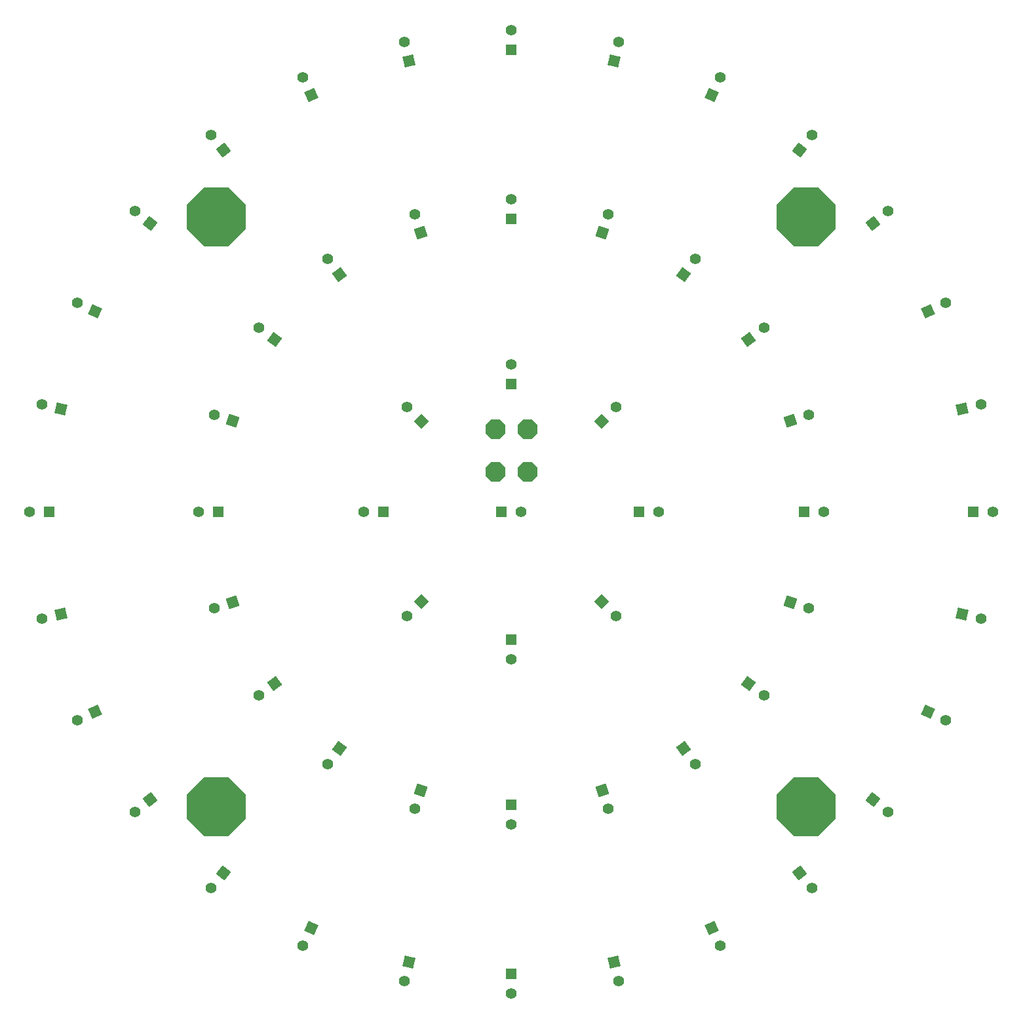
<source format=gts>
G04*
G04 #@! TF.GenerationSoftware,Altium Limited,Altium Designer,18.1.7 (191)*
G04*
G04 Layer_Color=8388736*
%FSLAX44Y44*%
%MOMM*%
G71*
G01*
G75*
%ADD15P,8.2479X8X22.5*%
%ADD16P,2.8142X8X202.5*%
%ADD17P,2.8142X8X292.5*%
%ADD18C,1.4000*%
%ADD19P,1.9799X4X270.0*%
%ADD20R,1.4000X1.4000*%
%ADD21R,1.4000X1.4000*%
%ADD22P,1.9799X4X173.6*%
%ADD23P,1.9799X4X237.9*%
%ADD24P,1.9799X4X302.1*%
%ADD25P,1.9799X4X366.4*%
%ADD26P,1.9799X4X70.7*%
%ADD27P,1.9799X4X207.0*%
%ADD28P,1.9799X4X297.0*%
%ADD29P,1.9799X4X160.7*%
%ADD30R,1.4000X1.4000*%
%ADD31P,1.9799X4X289.3*%
%ADD32P,1.9799X4X180.0*%
%ADD33P,1.9799X4X189.0*%
%ADD34P,1.9799X4X279.0*%
%ADD35P,1.9799X4X147.9*%
%ADD36P,1.9799X4X212.1*%
%ADD37P,1.9799X4X276.4*%
%ADD38P,1.9799X4X171.0*%
%ADD39P,1.9799X4X261.0*%
%ADD40P,1.9799X4X199.3*%
%ADD41P,1.9799X4X263.6*%
%ADD42P,1.9799X4X153.0*%
%ADD43P,1.9799X4X243.0*%
%ADD44R,1.4000X1.4000*%
D15*
X-381000Y-381000D02*
D03*
X381000D02*
D03*
Y381000D02*
D03*
X-381000D02*
D03*
D16*
X20999Y106240D02*
D03*
X-21001Y106240D02*
D03*
D17*
X20999Y51240D02*
D03*
X-21001Y51240D02*
D03*
D18*
X-134704Y-134704D02*
D03*
X0Y190500D02*
D03*
X-403860Y0D02*
D03*
X0Y-403860D02*
D03*
X403860Y0D02*
D03*
X-387998Y486534D02*
D03*
X-606698Y-138474D02*
D03*
X-138475Y-606698D02*
D03*
X486533Y-387998D02*
D03*
X560673Y270006D02*
D03*
X-190500Y0D02*
D03*
X134704Y134704D02*
D03*
X-384094Y124800D02*
D03*
X-124800Y-384094D02*
D03*
X384094Y-124800D02*
D03*
X124800Y384094D02*
D03*
X-270006Y560673D02*
D03*
X-622300Y0D02*
D03*
X-270006Y-560673D02*
D03*
X387997Y-486534D02*
D03*
X606698Y138475D02*
D03*
X138475Y606698D02*
D03*
X-134704Y134704D02*
D03*
X190500Y0D02*
D03*
X-326730Y237383D02*
D03*
X-237383Y-326730D02*
D03*
X326730Y-237383D02*
D03*
X237383Y326730D02*
D03*
X-138475Y606698D02*
D03*
X-606698Y138475D02*
D03*
X-387998Y-486533D02*
D03*
X270005Y-560673D02*
D03*
X622300Y-1D02*
D03*
X270006Y560673D02*
D03*
X12700Y0D02*
D03*
X134704Y-134704D02*
D03*
X-237383Y326730D02*
D03*
X-326730Y-237383D02*
D03*
X237383Y-326730D02*
D03*
X326730Y237383D02*
D03*
X-560673Y270006D02*
D03*
X-486534Y-387997D02*
D03*
X138474Y-606698D02*
D03*
X606698Y-138476D02*
D03*
X387998Y486534D02*
D03*
X0Y-190500D02*
D03*
X-124800Y384094D02*
D03*
X-384094Y-124800D02*
D03*
X124800Y-384094D02*
D03*
X384094Y124800D02*
D03*
X-486534Y387998D02*
D03*
X-560673Y-270005D02*
D03*
X-1Y-622300D02*
D03*
X560673Y-270007D02*
D03*
X486534Y387998D02*
D03*
X0Y622300D02*
D03*
X0Y403860D02*
D03*
D19*
X-116743Y-116743D02*
D03*
X116743Y116743D02*
D03*
D20*
X0Y165100D02*
D03*
Y-378460D02*
D03*
Y-165100D02*
D03*
X-1Y-596900D02*
D03*
X0Y378460D02*
D03*
D21*
X-378460Y0D02*
D03*
X378460D02*
D03*
X-165100D02*
D03*
X165100D02*
D03*
X596900Y-1D02*
D03*
X-12700Y0D02*
D03*
D22*
X-372161Y466675D02*
D03*
X372160Y-466676D02*
D03*
D23*
X-581935Y-132822D02*
D03*
X581935Y132823D02*
D03*
D24*
X-132823Y-581934D02*
D03*
X132823Y581934D02*
D03*
D25*
X466675Y-372162D02*
D03*
X-466675Y372161D02*
D03*
D26*
X537788Y258985D02*
D03*
X-537789Y-258985D02*
D03*
D27*
X-359937Y116951D02*
D03*
X359937Y-116951D02*
D03*
D28*
X-116951Y-359937D02*
D03*
X116951Y359937D02*
D03*
D29*
X-258985Y537788D02*
D03*
X258985Y-537789D02*
D03*
D30*
X-596900Y0D02*
D03*
D31*
X-258986Y-537788D02*
D03*
X258985Y537788D02*
D03*
D32*
X-116743Y116743D02*
D03*
X116743Y-116743D02*
D03*
D33*
X-306181Y222453D02*
D03*
X306181Y-222453D02*
D03*
D34*
X-222453Y-306181D02*
D03*
X222453Y306181D02*
D03*
D35*
X-132823Y581935D02*
D03*
X132822Y-581935D02*
D03*
D36*
X-581934Y132823D02*
D03*
X581934Y-132823D02*
D03*
D37*
X-372161Y-466675D02*
D03*
X372161Y466675D02*
D03*
D38*
X-222453Y306181D02*
D03*
X222453Y-306181D02*
D03*
D39*
X-306181Y-222453D02*
D03*
X306181Y222453D02*
D03*
D40*
X-537788Y258986D02*
D03*
X537788Y-258986D02*
D03*
D41*
X-466675Y-372161D02*
D03*
X466675Y372161D02*
D03*
D42*
X-116951Y359937D02*
D03*
X116951Y-359937D02*
D03*
D43*
X-359937Y-116951D02*
D03*
X359937Y116951D02*
D03*
D44*
X0Y596900D02*
D03*
M02*

</source>
